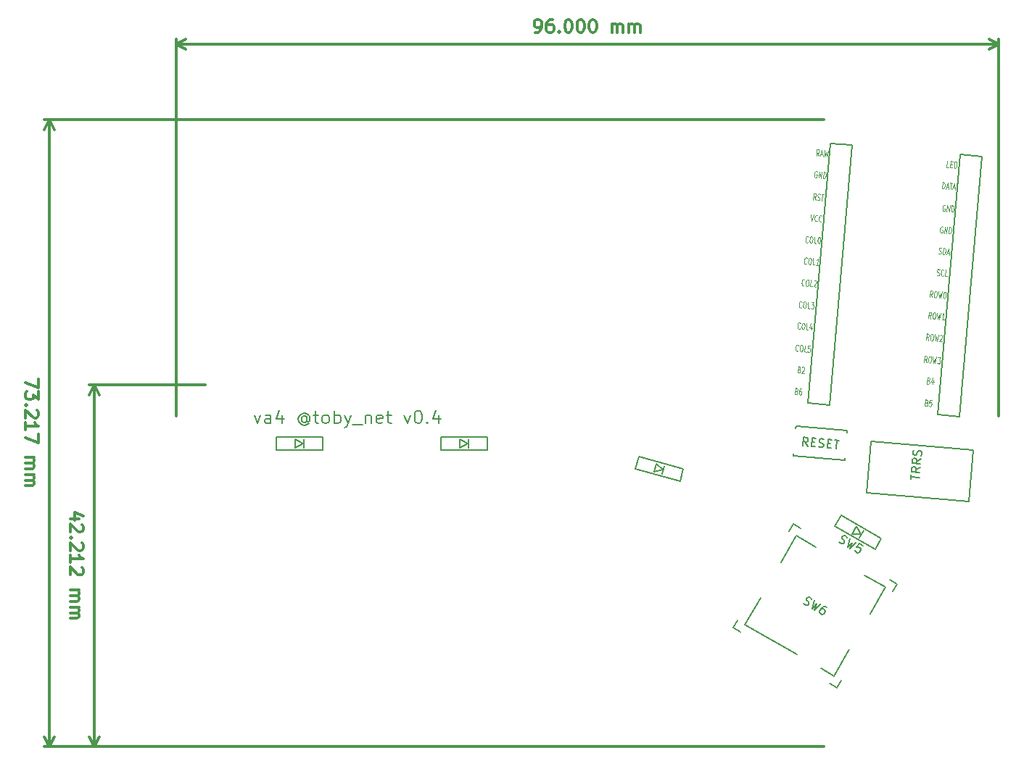
<source format=gbr>
G04 #@! TF.GenerationSoftware,KiCad,Pcbnew,(5.1.5)-2*
G04 #@! TF.CreationDate,2020-04-17T01:02:57-04:00*
G04 #@! TF.ProjectId,va4,7661342e-6b69-4636-9164-5f7063625858,rev?*
G04 #@! TF.SameCoordinates,Original*
G04 #@! TF.FileFunction,Legend,Top*
G04 #@! TF.FilePolarity,Positive*
%FSLAX46Y46*%
G04 Gerber Fmt 4.6, Leading zero omitted, Abs format (unit mm)*
G04 Created by KiCad (PCBNEW (5.1.5)-2) date 2020-04-17 01:02:57*
%MOMM*%
%LPD*%
G04 APERTURE LIST*
%ADD10C,0.300000*%
%ADD11C,0.200000*%
%ADD12C,0.150000*%
%ADD13C,0.125000*%
G04 APERTURE END LIST*
D10*
X30221428Y-74605923D02*
X29221428Y-74605923D01*
X30792857Y-74248780D02*
X29721428Y-73891637D01*
X29721428Y-74820208D01*
X30578571Y-75320208D02*
X30650000Y-75391637D01*
X30721428Y-75534494D01*
X30721428Y-75891637D01*
X30650000Y-76034494D01*
X30578571Y-76105923D01*
X30435714Y-76177351D01*
X30292857Y-76177351D01*
X30078571Y-76105923D01*
X29221428Y-75248780D01*
X29221428Y-76177351D01*
X29364285Y-76820208D02*
X29292857Y-76891637D01*
X29221428Y-76820208D01*
X29292857Y-76748780D01*
X29364285Y-76820208D01*
X29221428Y-76820208D01*
X30578571Y-77463065D02*
X30650000Y-77534494D01*
X30721428Y-77677351D01*
X30721428Y-78034494D01*
X30650000Y-78177351D01*
X30578571Y-78248780D01*
X30435714Y-78320208D01*
X30292857Y-78320208D01*
X30078571Y-78248780D01*
X29221428Y-77391637D01*
X29221428Y-78320208D01*
X29221428Y-79748780D02*
X29221428Y-78891637D01*
X29221428Y-79320208D02*
X30721428Y-79320208D01*
X30507142Y-79177351D01*
X30364285Y-79034494D01*
X30292857Y-78891637D01*
X30578571Y-80320208D02*
X30650000Y-80391637D01*
X30721428Y-80534494D01*
X30721428Y-80891637D01*
X30650000Y-81034494D01*
X30578571Y-81105923D01*
X30435714Y-81177351D01*
X30292857Y-81177351D01*
X30078571Y-81105923D01*
X29221428Y-80248780D01*
X29221428Y-81177351D01*
X29221428Y-82963065D02*
X30221428Y-82963065D01*
X30078571Y-82963065D02*
X30150000Y-83034494D01*
X30221428Y-83177351D01*
X30221428Y-83391637D01*
X30150000Y-83534494D01*
X30007142Y-83605923D01*
X29221428Y-83605923D01*
X30007142Y-83605923D02*
X30150000Y-83677351D01*
X30221428Y-83820208D01*
X30221428Y-84034494D01*
X30150000Y-84177351D01*
X30007142Y-84248780D01*
X29221428Y-84248780D01*
X29221428Y-84963065D02*
X30221428Y-84963065D01*
X30078571Y-84963065D02*
X30150000Y-85034494D01*
X30221428Y-85177351D01*
X30221428Y-85391637D01*
X30150000Y-85534494D01*
X30007142Y-85605923D01*
X29221428Y-85605923D01*
X30007142Y-85605923D02*
X30150000Y-85677351D01*
X30221428Y-85820208D01*
X30221428Y-86034494D01*
X30150000Y-86177351D01*
X30007142Y-86248780D01*
X29221428Y-86248780D01*
X32000000Y-59000000D02*
X32000000Y-101211846D01*
X45000000Y-59000000D02*
X31413579Y-59000000D01*
X45000000Y-101211846D02*
X31413579Y-101211846D01*
X32000000Y-101211846D02*
X31413579Y-100085342D01*
X32000000Y-101211846D02*
X32586421Y-100085342D01*
X32000000Y-59000000D02*
X31413579Y-60126504D01*
X32000000Y-59000000D02*
X32586421Y-60126504D01*
X25521428Y-58323027D02*
X25521428Y-59323027D01*
X24021428Y-58680170D01*
X25521428Y-59751599D02*
X25521428Y-60680170D01*
X24950000Y-60180170D01*
X24950000Y-60394456D01*
X24878571Y-60537313D01*
X24807142Y-60608742D01*
X24664285Y-60680170D01*
X24307142Y-60680170D01*
X24164285Y-60608742D01*
X24092857Y-60537313D01*
X24021428Y-60394456D01*
X24021428Y-59965884D01*
X24092857Y-59823027D01*
X24164285Y-59751599D01*
X24164285Y-61323027D02*
X24092857Y-61394456D01*
X24021428Y-61323027D01*
X24092857Y-61251599D01*
X24164285Y-61323027D01*
X24021428Y-61323027D01*
X25378571Y-61965884D02*
X25450000Y-62037313D01*
X25521428Y-62180170D01*
X25521428Y-62537313D01*
X25450000Y-62680170D01*
X25378571Y-62751599D01*
X25235714Y-62823027D01*
X25092857Y-62823027D01*
X24878571Y-62751599D01*
X24021428Y-61894456D01*
X24021428Y-62823027D01*
X24021428Y-64251599D02*
X24021428Y-63394456D01*
X24021428Y-63823027D02*
X25521428Y-63823027D01*
X25307142Y-63680170D01*
X25164285Y-63537313D01*
X25092857Y-63394456D01*
X25521428Y-64751599D02*
X25521428Y-65751599D01*
X24021428Y-65108742D01*
X24021428Y-67465884D02*
X25021428Y-67465884D01*
X24878571Y-67465884D02*
X24950000Y-67537313D01*
X25021428Y-67680170D01*
X25021428Y-67894456D01*
X24950000Y-68037313D01*
X24807142Y-68108742D01*
X24021428Y-68108742D01*
X24807142Y-68108742D02*
X24950000Y-68180170D01*
X25021428Y-68323027D01*
X25021428Y-68537313D01*
X24950000Y-68680170D01*
X24807142Y-68751599D01*
X24021428Y-68751599D01*
X24021428Y-69465884D02*
X25021428Y-69465884D01*
X24878571Y-69465884D02*
X24950000Y-69537313D01*
X25021428Y-69680170D01*
X25021428Y-69894456D01*
X24950000Y-70037313D01*
X24807142Y-70108742D01*
X24021428Y-70108742D01*
X24807142Y-70108742D02*
X24950000Y-70180170D01*
X25021428Y-70323027D01*
X25021428Y-70537313D01*
X24950000Y-70680170D01*
X24807142Y-70751599D01*
X24021428Y-70751599D01*
X26800000Y-28000000D02*
X26800000Y-101217484D01*
X117200000Y-28000000D02*
X26213579Y-28000000D01*
X117200000Y-101217484D02*
X26213579Y-101217484D01*
X26800000Y-101217484D02*
X26213579Y-100090980D01*
X26800000Y-101217484D02*
X27386421Y-100090980D01*
X26800000Y-28000000D02*
X26213579Y-29126504D01*
X26800000Y-28000000D02*
X27386421Y-29126504D01*
X83528779Y-17778571D02*
X83814493Y-17778571D01*
X83957350Y-17707142D01*
X84028779Y-17635714D01*
X84171636Y-17421428D01*
X84243065Y-17135714D01*
X84243065Y-16564285D01*
X84171636Y-16421428D01*
X84100208Y-16350000D01*
X83957350Y-16278571D01*
X83671636Y-16278571D01*
X83528779Y-16350000D01*
X83457350Y-16421428D01*
X83385922Y-16564285D01*
X83385922Y-16921428D01*
X83457350Y-17064285D01*
X83528779Y-17135714D01*
X83671636Y-17207142D01*
X83957350Y-17207142D01*
X84100208Y-17135714D01*
X84171636Y-17064285D01*
X84243065Y-16921428D01*
X85528779Y-16278571D02*
X85243065Y-16278571D01*
X85100208Y-16350000D01*
X85028779Y-16421428D01*
X84885922Y-16635714D01*
X84814493Y-16921428D01*
X84814493Y-17492857D01*
X84885922Y-17635714D01*
X84957350Y-17707142D01*
X85100208Y-17778571D01*
X85385922Y-17778571D01*
X85528779Y-17707142D01*
X85600208Y-17635714D01*
X85671636Y-17492857D01*
X85671636Y-17135714D01*
X85600208Y-16992857D01*
X85528779Y-16921428D01*
X85385922Y-16850000D01*
X85100208Y-16850000D01*
X84957350Y-16921428D01*
X84885922Y-16992857D01*
X84814493Y-17135714D01*
X86314493Y-17635714D02*
X86385922Y-17707142D01*
X86314493Y-17778571D01*
X86243065Y-17707142D01*
X86314493Y-17635714D01*
X86314493Y-17778571D01*
X87314493Y-16278571D02*
X87457350Y-16278571D01*
X87600208Y-16350000D01*
X87671636Y-16421428D01*
X87743065Y-16564285D01*
X87814493Y-16850000D01*
X87814493Y-17207142D01*
X87743065Y-17492857D01*
X87671636Y-17635714D01*
X87600208Y-17707142D01*
X87457350Y-17778571D01*
X87314493Y-17778571D01*
X87171636Y-17707142D01*
X87100208Y-17635714D01*
X87028779Y-17492857D01*
X86957350Y-17207142D01*
X86957350Y-16850000D01*
X87028779Y-16564285D01*
X87100208Y-16421428D01*
X87171636Y-16350000D01*
X87314493Y-16278571D01*
X88743065Y-16278571D02*
X88885922Y-16278571D01*
X89028779Y-16350000D01*
X89100208Y-16421428D01*
X89171636Y-16564285D01*
X89243065Y-16850000D01*
X89243065Y-17207142D01*
X89171636Y-17492857D01*
X89100208Y-17635714D01*
X89028779Y-17707142D01*
X88885922Y-17778571D01*
X88743065Y-17778571D01*
X88600208Y-17707142D01*
X88528779Y-17635714D01*
X88457350Y-17492857D01*
X88385922Y-17207142D01*
X88385922Y-16850000D01*
X88457350Y-16564285D01*
X88528779Y-16421428D01*
X88600208Y-16350000D01*
X88743065Y-16278571D01*
X90171636Y-16278571D02*
X90314493Y-16278571D01*
X90457350Y-16350000D01*
X90528779Y-16421428D01*
X90600208Y-16564285D01*
X90671636Y-16850000D01*
X90671636Y-17207142D01*
X90600208Y-17492857D01*
X90528779Y-17635714D01*
X90457350Y-17707142D01*
X90314493Y-17778571D01*
X90171636Y-17778571D01*
X90028779Y-17707142D01*
X89957350Y-17635714D01*
X89885922Y-17492857D01*
X89814493Y-17207142D01*
X89814493Y-16850000D01*
X89885922Y-16564285D01*
X89957350Y-16421428D01*
X90028779Y-16350000D01*
X90171636Y-16278571D01*
X92457350Y-17778571D02*
X92457350Y-16778571D01*
X92457350Y-16921428D02*
X92528779Y-16850000D01*
X92671636Y-16778571D01*
X92885922Y-16778571D01*
X93028779Y-16850000D01*
X93100208Y-16992857D01*
X93100208Y-17778571D01*
X93100208Y-16992857D02*
X93171636Y-16850000D01*
X93314493Y-16778571D01*
X93528779Y-16778571D01*
X93671636Y-16850000D01*
X93743065Y-16992857D01*
X93743065Y-17778571D01*
X94457350Y-17778571D02*
X94457350Y-16778571D01*
X94457350Y-16921428D02*
X94528779Y-16850000D01*
X94671636Y-16778571D01*
X94885922Y-16778571D01*
X95028779Y-16850000D01*
X95100208Y-16992857D01*
X95100208Y-17778571D01*
X95100208Y-16992857D02*
X95171636Y-16850000D01*
X95314493Y-16778571D01*
X95528779Y-16778571D01*
X95671636Y-16850000D01*
X95743065Y-16992857D01*
X95743065Y-17778571D01*
X41600000Y-19200000D02*
X137600416Y-19200000D01*
X41600000Y-62600000D02*
X41600000Y-18613579D01*
X137600416Y-62600000D02*
X137600416Y-18613579D01*
X137600416Y-19200000D02*
X136473912Y-19786421D01*
X137600416Y-19200000D02*
X136473912Y-18613579D01*
X41600000Y-19200000D02*
X42726504Y-19786421D01*
X41600000Y-19200000D02*
X42726504Y-18613579D01*
D11*
X50707142Y-62478571D02*
X51064285Y-63478571D01*
X51421428Y-62478571D01*
X52635714Y-63478571D02*
X52635714Y-62692857D01*
X52564285Y-62550000D01*
X52421428Y-62478571D01*
X52135714Y-62478571D01*
X51992857Y-62550000D01*
X52635714Y-63407142D02*
X52492857Y-63478571D01*
X52135714Y-63478571D01*
X51992857Y-63407142D01*
X51921428Y-63264285D01*
X51921428Y-63121428D01*
X51992857Y-62978571D01*
X52135714Y-62907142D01*
X52492857Y-62907142D01*
X52635714Y-62835714D01*
X53992857Y-62478571D02*
X53992857Y-63478571D01*
X53635714Y-61907142D02*
X53278571Y-62978571D01*
X54207142Y-62978571D01*
X56850000Y-62764285D02*
X56778571Y-62692857D01*
X56635714Y-62621428D01*
X56492857Y-62621428D01*
X56350000Y-62692857D01*
X56278571Y-62764285D01*
X56207142Y-62907142D01*
X56207142Y-63050000D01*
X56278571Y-63192857D01*
X56350000Y-63264285D01*
X56492857Y-63335714D01*
X56635714Y-63335714D01*
X56778571Y-63264285D01*
X56850000Y-63192857D01*
X56850000Y-62621428D02*
X56850000Y-63192857D01*
X56921428Y-63264285D01*
X56992857Y-63264285D01*
X57135714Y-63192857D01*
X57207142Y-63050000D01*
X57207142Y-62692857D01*
X57064285Y-62478571D01*
X56850000Y-62335714D01*
X56564285Y-62264285D01*
X56278571Y-62335714D01*
X56064285Y-62478571D01*
X55921428Y-62692857D01*
X55850000Y-62978571D01*
X55921428Y-63264285D01*
X56064285Y-63478571D01*
X56278571Y-63621428D01*
X56564285Y-63692857D01*
X56850000Y-63621428D01*
X57064285Y-63478571D01*
X57635714Y-62478571D02*
X58207142Y-62478571D01*
X57850000Y-61978571D02*
X57850000Y-63264285D01*
X57921428Y-63407142D01*
X58064285Y-63478571D01*
X58207142Y-63478571D01*
X58921428Y-63478571D02*
X58778571Y-63407142D01*
X58707142Y-63335714D01*
X58635714Y-63192857D01*
X58635714Y-62764285D01*
X58707142Y-62621428D01*
X58778571Y-62550000D01*
X58921428Y-62478571D01*
X59135714Y-62478571D01*
X59278571Y-62550000D01*
X59350000Y-62621428D01*
X59421428Y-62764285D01*
X59421428Y-63192857D01*
X59350000Y-63335714D01*
X59278571Y-63407142D01*
X59135714Y-63478571D01*
X58921428Y-63478571D01*
X60064285Y-63478571D02*
X60064285Y-61978571D01*
X60064285Y-62550000D02*
X60207142Y-62478571D01*
X60492857Y-62478571D01*
X60635714Y-62550000D01*
X60707142Y-62621428D01*
X60778571Y-62764285D01*
X60778571Y-63192857D01*
X60707142Y-63335714D01*
X60635714Y-63407142D01*
X60492857Y-63478571D01*
X60207142Y-63478571D01*
X60064285Y-63407142D01*
X61278571Y-62478571D02*
X61635714Y-63478571D01*
X61992857Y-62478571D02*
X61635714Y-63478571D01*
X61492857Y-63835714D01*
X61421428Y-63907142D01*
X61278571Y-63978571D01*
X62207142Y-63621428D02*
X63350000Y-63621428D01*
X63707142Y-62478571D02*
X63707142Y-63478571D01*
X63707142Y-62621428D02*
X63778571Y-62550000D01*
X63921428Y-62478571D01*
X64135714Y-62478571D01*
X64278571Y-62550000D01*
X64350000Y-62692857D01*
X64350000Y-63478571D01*
X65635714Y-63407142D02*
X65492857Y-63478571D01*
X65207142Y-63478571D01*
X65064285Y-63407142D01*
X64992857Y-63264285D01*
X64992857Y-62692857D01*
X65064285Y-62550000D01*
X65207142Y-62478571D01*
X65492857Y-62478571D01*
X65635714Y-62550000D01*
X65707142Y-62692857D01*
X65707142Y-62835714D01*
X64992857Y-62978571D01*
X66135714Y-62478571D02*
X66707142Y-62478571D01*
X66349999Y-61978571D02*
X66349999Y-63264285D01*
X66421428Y-63407142D01*
X66564285Y-63478571D01*
X66707142Y-63478571D01*
X68207142Y-62478571D02*
X68564285Y-63478571D01*
X68921428Y-62478571D01*
X69778571Y-61978571D02*
X69921428Y-61978571D01*
X70064285Y-62050000D01*
X70135714Y-62121428D01*
X70207142Y-62264285D01*
X70278571Y-62550000D01*
X70278571Y-62907142D01*
X70207142Y-63192857D01*
X70135714Y-63335714D01*
X70064285Y-63407142D01*
X69921428Y-63478571D01*
X69778571Y-63478571D01*
X69635714Y-63407142D01*
X69564285Y-63335714D01*
X69492857Y-63192857D01*
X69421428Y-62907142D01*
X69421428Y-62550000D01*
X69492857Y-62264285D01*
X69564285Y-62121428D01*
X69635714Y-62050000D01*
X69778571Y-61978571D01*
X70921428Y-63335714D02*
X70992857Y-63407142D01*
X70921428Y-63478571D01*
X70850000Y-63407142D01*
X70921428Y-63335714D01*
X70921428Y-63478571D01*
X72278571Y-62478571D02*
X72278571Y-63478571D01*
X71921428Y-61907142D02*
X71564285Y-62978571D01*
X72492857Y-62978571D01*
D12*
X119262178Y-93496152D02*
X118762178Y-94362178D01*
X125762178Y-82237822D02*
X125262178Y-83103848D01*
X106637822Y-87362178D02*
X107137822Y-86496152D01*
X107503848Y-87862178D02*
X106637822Y-87362178D01*
X113637822Y-75237822D02*
X114503848Y-75737822D01*
X113137822Y-76103848D02*
X113637822Y-75237822D01*
X124896152Y-81737822D02*
X125762178Y-82237822D01*
X118762178Y-94362178D02*
X117896152Y-93862178D01*
X118396152Y-92996152D02*
X116837307Y-92096152D01*
X121971281Y-81203848D02*
X124396152Y-82603848D01*
X124396152Y-82603848D02*
X122596152Y-85721539D01*
X118396152Y-92996152D02*
X120196152Y-89878461D01*
X108003848Y-86996152D02*
X109803848Y-83878461D01*
X112203848Y-79721539D02*
X114003848Y-76603848D01*
X114066025Y-90496152D02*
X108003848Y-86996152D01*
X114003848Y-76603848D02*
X116255514Y-77903848D01*
X122707131Y-65565547D02*
X134661467Y-66611416D01*
X122184196Y-71542715D02*
X122707131Y-65565547D01*
X134138533Y-72588584D02*
X122184196Y-71542715D01*
X134661467Y-66611416D02*
X134138533Y-72588584D01*
X121559215Y-76387500D02*
X120529792Y-76370513D01*
X120529792Y-76370513D02*
X121029792Y-75504487D01*
X121029792Y-75504487D02*
X121559215Y-76387500D01*
X121395818Y-76870513D02*
X121895818Y-76004487D01*
X118499536Y-75487019D02*
X123176074Y-78187019D01*
X123176074Y-78187019D02*
X123926074Y-76887981D01*
X123926074Y-76887981D02*
X119249536Y-74187981D01*
X119249536Y-74187981D02*
X118499536Y-75487019D01*
X98386370Y-68903528D02*
X97387628Y-69153553D01*
X97387628Y-69153553D02*
X97646447Y-68187628D01*
X97646447Y-68187628D02*
X98386370Y-68903528D01*
X98353553Y-69412372D02*
X98612372Y-68446447D01*
X95197886Y-68825633D02*
X100413885Y-70223256D01*
X100413885Y-70223256D02*
X100802114Y-68774367D01*
X100802114Y-68774367D02*
X95586115Y-67376744D01*
X95586115Y-67376744D02*
X95197886Y-68825633D01*
X72500000Y-65050000D02*
X72500000Y-66550000D01*
X77900000Y-65050000D02*
X72500000Y-65050000D01*
X77900000Y-66550000D02*
X77900000Y-65050000D01*
X72500000Y-66550000D02*
X77900000Y-66550000D01*
X75700000Y-66300000D02*
X75700000Y-65300000D01*
X74700000Y-65300000D02*
X75600000Y-65800000D01*
X74700000Y-66300000D02*
X74700000Y-65300000D01*
X75600000Y-65800000D02*
X74700000Y-66300000D01*
X56400000Y-65800000D02*
X55500000Y-66300000D01*
X55500000Y-66300000D02*
X55500000Y-65300000D01*
X55500000Y-65300000D02*
X56400000Y-65800000D01*
X56500000Y-66300000D02*
X56500000Y-65300000D01*
X53300000Y-66550000D02*
X58700000Y-66550000D01*
X58700000Y-66550000D02*
X58700000Y-65050000D01*
X58700000Y-65050000D02*
X53300000Y-65050000D01*
X53300000Y-65050000D02*
X53300000Y-66550000D01*
X130478119Y-62432552D02*
X133134626Y-32068537D01*
X133008454Y-62653927D02*
X130478119Y-62432552D01*
X135664961Y-32289913D02*
X133008454Y-62653927D01*
X133134626Y-32068537D02*
X135664961Y-32289913D01*
X115316036Y-61106041D02*
X117972543Y-30742027D01*
X117846371Y-61327417D02*
X115316036Y-61106041D01*
X120502878Y-30963403D02*
X117846371Y-61327417D01*
X117972543Y-30742027D02*
X120502878Y-30963403D01*
X119941107Y-64318127D02*
X113963938Y-63795192D01*
X113963938Y-63795192D02*
X113942150Y-64044241D01*
X119941107Y-64318127D02*
X119919318Y-64567175D01*
X119636062Y-67804808D02*
X119657850Y-67555759D01*
X119636062Y-67804808D02*
X113658893Y-67281873D01*
X113658893Y-67281873D02*
X113680682Y-67032825D01*
X118992918Y-77295856D02*
X119092826Y-77408524D01*
X119299023Y-77527571D01*
X119405311Y-77533951D01*
X119470360Y-77516521D01*
X119559218Y-77457852D01*
X119606837Y-77375374D01*
X119613217Y-77269086D01*
X119595787Y-77204037D01*
X119537118Y-77115178D01*
X119395970Y-76978701D01*
X119337301Y-76889843D01*
X119319872Y-76824794D01*
X119326251Y-76718506D01*
X119373870Y-76636027D01*
X119462729Y-76577358D01*
X119527778Y-76559928D01*
X119634066Y-76566308D01*
X119840262Y-76685356D01*
X119940171Y-76798023D01*
X120252655Y-76923451D02*
X119958852Y-77908524D01*
X120480952Y-77385172D01*
X120288766Y-78099000D01*
X120994963Y-77352022D01*
X121737270Y-77780594D02*
X121324877Y-77542498D01*
X121045543Y-77931082D01*
X121110591Y-77913652D01*
X121216880Y-77920032D01*
X121423076Y-78039080D01*
X121481745Y-78127938D01*
X121499175Y-78192987D01*
X121492795Y-78299275D01*
X121373748Y-78505471D01*
X121284889Y-78564140D01*
X121219840Y-78581570D01*
X121113552Y-78575190D01*
X120907356Y-78456143D01*
X120848687Y-78367284D01*
X120831257Y-78302236D01*
X114842918Y-84483867D02*
X114942826Y-84596535D01*
X115149023Y-84715582D01*
X115255311Y-84721962D01*
X115320360Y-84704532D01*
X115409218Y-84645863D01*
X115456837Y-84563385D01*
X115463217Y-84457097D01*
X115445787Y-84392048D01*
X115387118Y-84303189D01*
X115245970Y-84166712D01*
X115187301Y-84077854D01*
X115169872Y-84012805D01*
X115176251Y-83906517D01*
X115223870Y-83824038D01*
X115312729Y-83765369D01*
X115377778Y-83747939D01*
X115484066Y-83754319D01*
X115690262Y-83873367D01*
X115790171Y-83986034D01*
X116102655Y-84111462D02*
X115808852Y-85096535D01*
X116330952Y-84573183D01*
X116138766Y-85287011D01*
X116844963Y-84540033D01*
X117546031Y-84944795D02*
X117381074Y-84849557D01*
X117274786Y-84843177D01*
X117209737Y-84860607D01*
X117055830Y-84936706D01*
X116919352Y-85077854D01*
X116728876Y-85407768D01*
X116722496Y-85514056D01*
X116739926Y-85579105D01*
X116798595Y-85667963D01*
X116963552Y-85763201D01*
X117069840Y-85769581D01*
X117134889Y-85752151D01*
X117223748Y-85693482D01*
X117342795Y-85487286D01*
X117349175Y-85380998D01*
X117331745Y-85315949D01*
X117273076Y-85227091D01*
X117108119Y-85131852D01*
X117001831Y-85125473D01*
X116936782Y-85142902D01*
X116847924Y-85201572D01*
X127340815Y-69998171D02*
X127390618Y-69428916D01*
X128361912Y-69800699D02*
X127365717Y-69713543D01*
X128465668Y-68614753D02*
X127962238Y-68905315D01*
X128415865Y-69184007D02*
X127419670Y-69096852D01*
X127452873Y-68717349D01*
X127508611Y-68626623D01*
X127560199Y-68583336D01*
X127659225Y-68544199D01*
X127801539Y-68556649D01*
X127892264Y-68612388D01*
X127935552Y-68663976D01*
X127974689Y-68763002D01*
X127941487Y-69142505D01*
X128552824Y-67618558D02*
X128049394Y-67909121D01*
X128503021Y-68187813D02*
X127506826Y-68100657D01*
X127540028Y-67721154D01*
X127595767Y-67630429D01*
X127647355Y-67587141D01*
X127746381Y-67548004D01*
X127888694Y-67560455D01*
X127979420Y-67616193D01*
X128022707Y-67667781D01*
X128061845Y-67766807D01*
X128028642Y-68146310D01*
X128538588Y-67234905D02*
X128598477Y-67096742D01*
X128619228Y-66859553D01*
X128580091Y-66760527D01*
X128536804Y-66708939D01*
X128446078Y-66653201D01*
X128351203Y-66644900D01*
X128252177Y-66684037D01*
X128200588Y-66727325D01*
X128144850Y-66818050D01*
X128080811Y-67003651D01*
X128025073Y-67094377D01*
X127973485Y-67137664D01*
X127874459Y-67176802D01*
X127779583Y-67168501D01*
X127688858Y-67112763D01*
X127645570Y-67061175D01*
X127606433Y-66962149D01*
X127627184Y-66724959D01*
X127687073Y-66586796D01*
D13*
X129684111Y-51230006D02*
X129549206Y-50859696D01*
X129399484Y-51205104D02*
X129464851Y-50457958D01*
X129654603Y-50474559D01*
X129698928Y-50514288D01*
X129719534Y-50551942D01*
X129737027Y-50625174D01*
X129727689Y-50731909D01*
X129697745Y-50800990D01*
X129670913Y-50834494D01*
X129620363Y-50865922D01*
X129430611Y-50849321D01*
X130057824Y-50509837D02*
X130152700Y-50518137D01*
X130197025Y-50557866D01*
X130238237Y-50633173D01*
X130249506Y-50777562D01*
X130227717Y-51026610D01*
X130191547Y-51166849D01*
X130137884Y-51233855D01*
X130087333Y-51265283D01*
X129992457Y-51256983D01*
X129948132Y-51217254D01*
X129906920Y-51141947D01*
X129895652Y-50997558D01*
X129917441Y-50748510D01*
X129953610Y-50608271D01*
X130007274Y-50541265D01*
X130057824Y-50509837D01*
X130437327Y-50543039D02*
X130490555Y-51300561D01*
X130632121Y-50775185D01*
X130680306Y-51317162D01*
X130864267Y-50580391D01*
X131249560Y-51366965D02*
X130964933Y-51342063D01*
X131107247Y-51354514D02*
X131172613Y-50607368D01*
X131115838Y-50709953D01*
X131062174Y-50776960D01*
X131011624Y-50808388D01*
X114409121Y-52379648D02*
X114382289Y-52413151D01*
X114308020Y-52442504D01*
X114260582Y-52438354D01*
X114192538Y-52396550D01*
X114151326Y-52321243D01*
X114133832Y-52248011D01*
X114122564Y-52103623D01*
X114131902Y-51996888D01*
X114168072Y-51856649D01*
X114198016Y-51787568D01*
X114251679Y-51720561D01*
X114325949Y-51691208D01*
X114373387Y-51695358D01*
X114441431Y-51737162D01*
X114462037Y-51774816D01*
X114776608Y-51730636D02*
X114871484Y-51738936D01*
X114915809Y-51778665D01*
X114957022Y-51853972D01*
X114968290Y-51998361D01*
X114946501Y-52247409D01*
X114910331Y-52387648D01*
X114856668Y-52454654D01*
X114806117Y-52486082D01*
X114711242Y-52477782D01*
X114666916Y-52438053D01*
X114625704Y-52362746D01*
X114614436Y-52218357D01*
X114636225Y-51969309D01*
X114672395Y-51829070D01*
X114726058Y-51762064D01*
X114776608Y-51730636D01*
X115375371Y-52535886D02*
X115138182Y-52515134D01*
X115203549Y-51767988D01*
X115798452Y-52070990D02*
X115754874Y-52569088D01*
X115704759Y-51775988D02*
X115539474Y-52299288D01*
X115847820Y-52326265D01*
X129412228Y-53763952D02*
X129277323Y-53393642D01*
X129127601Y-53739050D02*
X129192968Y-52991904D01*
X129382720Y-53008505D01*
X129427045Y-53048234D01*
X129447651Y-53085888D01*
X129465144Y-53159120D01*
X129455806Y-53265855D01*
X129425862Y-53334936D01*
X129399030Y-53368440D01*
X129348480Y-53399868D01*
X129158728Y-53383267D01*
X129785941Y-53043783D02*
X129880817Y-53052083D01*
X129925142Y-53091812D01*
X129966354Y-53167119D01*
X129977623Y-53311508D01*
X129955834Y-53560556D01*
X129919664Y-53700795D01*
X129866001Y-53767801D01*
X129815450Y-53799229D01*
X129720574Y-53790929D01*
X129676249Y-53751200D01*
X129635037Y-53675893D01*
X129623769Y-53531504D01*
X129645558Y-53282456D01*
X129681727Y-53142217D01*
X129735391Y-53075211D01*
X129785941Y-53043783D01*
X130165444Y-53076985D02*
X130218672Y-53834507D01*
X130360238Y-53309131D01*
X130408423Y-53851108D01*
X130592384Y-53114337D01*
X130752192Y-53200020D02*
X130779023Y-53166517D01*
X130829574Y-53135089D01*
X130948168Y-53145464D01*
X130992493Y-53185193D01*
X131013100Y-53222847D01*
X131030593Y-53296079D01*
X131024368Y-53367235D01*
X130991311Y-53471895D01*
X130669331Y-53873934D01*
X130977677Y-53900911D01*
X114182908Y-54965272D02*
X114156076Y-54998775D01*
X114081807Y-55028128D01*
X114034369Y-55023978D01*
X113966325Y-54982174D01*
X113925113Y-54906867D01*
X113907619Y-54833635D01*
X113896351Y-54689247D01*
X113905689Y-54582512D01*
X113941859Y-54442273D01*
X113971803Y-54373192D01*
X114025466Y-54306185D01*
X114099736Y-54276832D01*
X114147174Y-54280982D01*
X114215218Y-54322786D01*
X114235824Y-54360440D01*
X114550395Y-54316260D02*
X114645271Y-54324560D01*
X114689596Y-54364289D01*
X114730809Y-54439596D01*
X114742077Y-54583985D01*
X114720288Y-54833033D01*
X114684118Y-54973272D01*
X114630455Y-55040278D01*
X114579904Y-55071706D01*
X114485029Y-55063406D01*
X114440703Y-55023677D01*
X114399491Y-54948370D01*
X114388223Y-54803981D01*
X114410012Y-54554933D01*
X114446182Y-54414694D01*
X114499845Y-54347688D01*
X114550395Y-54316260D01*
X115149158Y-55121510D02*
X114911969Y-55100758D01*
X114977336Y-54353612D01*
X115617747Y-54409641D02*
X115380558Y-54388890D01*
X115325712Y-54742598D01*
X115352543Y-54709095D01*
X115403094Y-54677667D01*
X115521688Y-54688043D01*
X115566014Y-54727771D01*
X115586620Y-54765425D01*
X115604113Y-54838657D01*
X115588550Y-55016549D01*
X115558605Y-55085630D01*
X115531774Y-55119133D01*
X115481223Y-55150562D01*
X115362629Y-55140186D01*
X115318304Y-55100457D01*
X115297697Y-55062804D01*
X129186016Y-56349575D02*
X129051111Y-55979265D01*
X128901389Y-56324673D02*
X128966756Y-55577527D01*
X129156508Y-55594128D01*
X129200833Y-55633857D01*
X129221439Y-55671511D01*
X129238932Y-55744743D01*
X129229594Y-55851478D01*
X129199650Y-55920559D01*
X129172818Y-55954063D01*
X129122268Y-55985491D01*
X128932516Y-55968890D01*
X129559729Y-55629406D02*
X129654605Y-55637706D01*
X129698930Y-55677435D01*
X129740142Y-55752742D01*
X129751411Y-55897131D01*
X129729622Y-56146179D01*
X129693452Y-56286418D01*
X129639789Y-56353424D01*
X129589238Y-56384852D01*
X129494362Y-56376552D01*
X129450037Y-56336823D01*
X129408825Y-56261516D01*
X129397557Y-56117127D01*
X129419346Y-55868079D01*
X129455515Y-55727840D01*
X129509179Y-55660834D01*
X129559729Y-55629406D01*
X129939232Y-55662608D02*
X129992460Y-56420130D01*
X130134026Y-55894754D01*
X130182211Y-56436731D01*
X130366172Y-55699960D01*
X130508486Y-55712411D02*
X130816832Y-55739388D01*
X130625898Y-56009489D01*
X130697055Y-56015715D01*
X130741380Y-56055443D01*
X130761986Y-56093097D01*
X130779480Y-56166329D01*
X130763916Y-56344221D01*
X130733972Y-56413302D01*
X130707140Y-56446805D01*
X130656590Y-56478233D01*
X130514276Y-56465783D01*
X130469951Y-56426054D01*
X130449345Y-56388400D01*
X114336565Y-57170125D02*
X114404609Y-57211929D01*
X114425215Y-57249583D01*
X114442709Y-57322814D01*
X114433370Y-57429550D01*
X114403426Y-57498631D01*
X114376594Y-57532134D01*
X114326044Y-57563563D01*
X114136293Y-57546962D01*
X114201659Y-56799815D01*
X114367692Y-56814341D01*
X114412017Y-56854070D01*
X114432623Y-56891724D01*
X114450117Y-56964956D01*
X114443891Y-57036112D01*
X114413947Y-57105194D01*
X114387115Y-57138697D01*
X114336565Y-57170125D01*
X114170532Y-57155599D01*
X114669812Y-56912475D02*
X114696644Y-56878972D01*
X114747195Y-56847544D01*
X114865789Y-56857919D01*
X114910114Y-56897648D01*
X114930720Y-56935301D01*
X114948214Y-57008533D01*
X114941989Y-57079690D01*
X114908932Y-57184350D01*
X114586952Y-57586389D01*
X114895298Y-57613366D01*
X129431355Y-58462641D02*
X129499399Y-58504445D01*
X129520005Y-58542099D01*
X129537499Y-58615330D01*
X129528160Y-58722066D01*
X129498216Y-58791147D01*
X129471384Y-58824650D01*
X129420834Y-58856079D01*
X129231083Y-58839478D01*
X129296449Y-58092331D01*
X129462482Y-58106857D01*
X129506807Y-58146586D01*
X129527413Y-58184240D01*
X129544907Y-58257472D01*
X129538681Y-58328628D01*
X129508737Y-58397710D01*
X129481905Y-58431213D01*
X129431355Y-58462641D01*
X129265322Y-58448115D01*
X129986228Y-58403634D02*
X129942650Y-58901732D01*
X129892535Y-58108632D02*
X129727250Y-58631932D01*
X130035596Y-58658908D01*
X129204445Y-61056234D02*
X129272489Y-61098038D01*
X129293095Y-61135692D01*
X129310589Y-61208923D01*
X129301250Y-61315659D01*
X129271306Y-61384740D01*
X129244474Y-61418243D01*
X129193924Y-61449672D01*
X129004173Y-61433071D01*
X129069539Y-60685924D01*
X129235572Y-60700450D01*
X129279897Y-60740179D01*
X129300503Y-60777833D01*
X129317997Y-60851065D01*
X129311771Y-60922221D01*
X129281827Y-60991303D01*
X129254995Y-61024806D01*
X129204445Y-61056234D01*
X129038412Y-61041708D01*
X129804826Y-60750254D02*
X129567637Y-60729502D01*
X129512791Y-61083211D01*
X129539622Y-61049708D01*
X129590173Y-61018280D01*
X129708767Y-61028655D01*
X129753093Y-61068384D01*
X129773699Y-61106038D01*
X129791192Y-61179269D01*
X129775629Y-61357161D01*
X129745684Y-61426243D01*
X129718853Y-61459746D01*
X129668302Y-61491174D01*
X129549708Y-61480799D01*
X129505383Y-61441070D01*
X129484776Y-61403416D01*
X114014699Y-59701706D02*
X114082743Y-59743510D01*
X114103349Y-59781164D01*
X114120843Y-59854395D01*
X114111504Y-59961131D01*
X114081560Y-60030212D01*
X114054728Y-60063715D01*
X114004178Y-60095144D01*
X113814427Y-60078543D01*
X113879793Y-59331396D01*
X114045826Y-59345922D01*
X114090151Y-59385651D01*
X114110757Y-59423305D01*
X114128251Y-59496537D01*
X114122025Y-59567693D01*
X114092081Y-59636775D01*
X114065249Y-59670278D01*
X114014699Y-59701706D01*
X113848666Y-59687180D01*
X114591361Y-59393651D02*
X114496485Y-59385350D01*
X114445935Y-59416778D01*
X114419103Y-59450281D01*
X114362327Y-59552866D01*
X114326157Y-59693105D01*
X114301256Y-59977732D01*
X114318749Y-60050964D01*
X114339355Y-60088617D01*
X114383681Y-60128346D01*
X114478556Y-60136646D01*
X114529107Y-60105218D01*
X114555938Y-60071715D01*
X114585883Y-60002633D01*
X114601446Y-59824741D01*
X114583953Y-59751510D01*
X114563347Y-59713856D01*
X114519021Y-59674127D01*
X114424146Y-59665827D01*
X114373595Y-59697255D01*
X114346764Y-59730758D01*
X114316819Y-59799840D01*
X115343561Y-42272630D02*
X115316729Y-42306133D01*
X115242460Y-42335486D01*
X115195022Y-42331336D01*
X115126978Y-42289532D01*
X115085766Y-42214225D01*
X115068272Y-42140993D01*
X115057004Y-41996605D01*
X115066342Y-41889870D01*
X115102512Y-41749631D01*
X115132456Y-41680550D01*
X115186119Y-41613543D01*
X115260389Y-41584190D01*
X115307827Y-41588340D01*
X115375871Y-41630144D01*
X115396477Y-41667798D01*
X115711048Y-41623618D02*
X115805924Y-41631918D01*
X115850249Y-41671647D01*
X115891462Y-41746954D01*
X115902730Y-41891343D01*
X115880941Y-42140391D01*
X115844771Y-42280630D01*
X115791108Y-42347636D01*
X115740557Y-42379064D01*
X115645682Y-42370764D01*
X115601356Y-42331035D01*
X115560144Y-42255728D01*
X115548876Y-42111339D01*
X115570665Y-41862291D01*
X115606835Y-41722052D01*
X115660498Y-41655046D01*
X115711048Y-41623618D01*
X116309811Y-42428868D02*
X116072622Y-42408116D01*
X116137989Y-41660970D01*
X116636086Y-41704548D02*
X116683524Y-41708698D01*
X116727849Y-41748427D01*
X116748456Y-41786081D01*
X116765949Y-41859312D01*
X116777217Y-42003701D01*
X116761654Y-42181593D01*
X116725484Y-42321831D01*
X116695540Y-42390913D01*
X116668708Y-42424416D01*
X116618157Y-42455844D01*
X116570720Y-42451694D01*
X116526394Y-42411965D01*
X116505788Y-42374312D01*
X116488295Y-42301080D01*
X116477027Y-42156691D01*
X116492590Y-41978799D01*
X116528760Y-41838561D01*
X116558704Y-41769479D01*
X116585536Y-41735976D01*
X116636086Y-41704548D01*
X130585267Y-43623889D02*
X130653311Y-43665693D01*
X130771906Y-43676068D01*
X130822456Y-43644640D01*
X130849288Y-43611137D01*
X130879232Y-43542055D01*
X130885458Y-43470898D01*
X130867964Y-43397667D01*
X130847358Y-43360013D01*
X130803033Y-43320284D01*
X130711270Y-43276405D01*
X130666945Y-43236677D01*
X130646338Y-43199023D01*
X130628845Y-43125791D01*
X130635070Y-43054635D01*
X130665015Y-42985553D01*
X130691846Y-42952050D01*
X130742397Y-42920622D01*
X130860991Y-42930997D01*
X130929035Y-42972801D01*
X131080252Y-43703045D02*
X131145618Y-42955899D01*
X131264213Y-42966275D01*
X131332257Y-43008078D01*
X131373470Y-43083386D01*
X131390963Y-43156617D01*
X131402231Y-43301006D01*
X131392893Y-43407741D01*
X131356723Y-43547980D01*
X131326779Y-43617061D01*
X131273116Y-43684068D01*
X131198846Y-43713421D01*
X131080252Y-43703045D01*
X131573306Y-43531077D02*
X131810496Y-43551829D01*
X131507192Y-43740397D02*
X131738591Y-43007777D01*
X131839257Y-43769449D01*
X115173564Y-44789391D02*
X115146732Y-44822894D01*
X115072463Y-44852247D01*
X115025025Y-44848097D01*
X114956981Y-44806293D01*
X114915769Y-44730986D01*
X114898275Y-44657754D01*
X114887007Y-44513366D01*
X114896345Y-44406631D01*
X114932515Y-44266392D01*
X114962459Y-44197311D01*
X115016122Y-44130304D01*
X115090392Y-44100951D01*
X115137830Y-44105101D01*
X115205874Y-44146905D01*
X115226480Y-44184559D01*
X115541051Y-44140379D02*
X115635927Y-44148679D01*
X115680252Y-44188408D01*
X115721465Y-44263715D01*
X115732733Y-44408104D01*
X115710944Y-44657152D01*
X115674774Y-44797391D01*
X115621111Y-44864397D01*
X115570560Y-44895825D01*
X115475685Y-44887525D01*
X115431359Y-44847796D01*
X115390147Y-44772489D01*
X115378879Y-44628100D01*
X115400668Y-44379052D01*
X115436838Y-44238813D01*
X115490501Y-44171807D01*
X115541051Y-44140379D01*
X116139814Y-44945629D02*
X115902625Y-44924877D01*
X115967992Y-44177731D01*
X116566755Y-44982981D02*
X116282128Y-44958079D01*
X116424441Y-44970530D02*
X116489808Y-44223384D01*
X116433032Y-44325969D01*
X116379369Y-44392976D01*
X116328818Y-44424404D01*
X130375750Y-46155260D02*
X130443795Y-46197064D01*
X130562389Y-46207440D01*
X130612940Y-46176012D01*
X130639771Y-46142508D01*
X130669716Y-46073427D01*
X130675941Y-46002270D01*
X130658448Y-45929038D01*
X130637841Y-45891385D01*
X130593516Y-45851656D01*
X130501753Y-45807777D01*
X130457428Y-45768048D01*
X130436822Y-45730395D01*
X130419328Y-45657163D01*
X130425554Y-45586006D01*
X130455498Y-45516925D01*
X130482330Y-45483421D01*
X130532880Y-45451993D01*
X130651475Y-45462369D01*
X130719519Y-45504173D01*
X131161588Y-46188161D02*
X131134756Y-46221665D01*
X131060486Y-46251018D01*
X131013049Y-46246867D01*
X130945005Y-46205064D01*
X130903792Y-46129757D01*
X130886299Y-46056525D01*
X130875031Y-45912136D01*
X130884369Y-45805401D01*
X130920538Y-45665162D01*
X130950483Y-45596081D01*
X131004146Y-45529074D01*
X131078415Y-45499721D01*
X131125853Y-45503872D01*
X131193897Y-45545675D01*
X131214504Y-45583329D01*
X131606022Y-46298746D02*
X131368832Y-46277994D01*
X131434199Y-45530848D01*
X114902379Y-47315368D02*
X114875547Y-47348871D01*
X114801278Y-47378224D01*
X114753840Y-47374074D01*
X114685796Y-47332270D01*
X114644584Y-47256963D01*
X114627090Y-47183731D01*
X114615822Y-47039343D01*
X114625160Y-46932608D01*
X114661330Y-46792369D01*
X114691274Y-46723288D01*
X114744937Y-46656281D01*
X114819207Y-46626928D01*
X114866645Y-46631078D01*
X114934689Y-46672882D01*
X114955295Y-46710536D01*
X115269866Y-46666356D02*
X115364742Y-46674656D01*
X115409067Y-46714385D01*
X115450280Y-46789692D01*
X115461548Y-46934081D01*
X115439759Y-47183129D01*
X115403589Y-47323368D01*
X115349926Y-47390374D01*
X115299375Y-47421802D01*
X115204500Y-47413502D01*
X115160174Y-47373773D01*
X115118962Y-47298466D01*
X115107694Y-47154077D01*
X115129483Y-46905029D01*
X115165653Y-46764790D01*
X115219316Y-46697784D01*
X115269866Y-46666356D01*
X115868629Y-47471606D02*
X115631440Y-47450854D01*
X115696807Y-46703708D01*
X116070084Y-46808067D02*
X116096916Y-46774564D01*
X116147466Y-46743136D01*
X116266061Y-46753511D01*
X116310386Y-46793240D01*
X116330992Y-46830894D01*
X116348486Y-46904126D01*
X116342261Y-46975282D01*
X116309204Y-47079942D01*
X115987224Y-47481981D01*
X116295570Y-47508958D01*
X129852365Y-48733169D02*
X129717460Y-48362859D01*
X129567738Y-48708267D02*
X129633105Y-47961121D01*
X129822857Y-47977722D01*
X129867182Y-48017451D01*
X129887788Y-48055105D01*
X129905281Y-48128337D01*
X129895943Y-48235072D01*
X129865999Y-48304153D01*
X129839167Y-48337657D01*
X129788617Y-48369085D01*
X129598865Y-48352484D01*
X130226078Y-48013000D02*
X130320954Y-48021300D01*
X130365279Y-48061029D01*
X130406491Y-48136336D01*
X130417760Y-48280725D01*
X130395971Y-48529773D01*
X130359801Y-48670012D01*
X130306138Y-48737018D01*
X130255587Y-48768446D01*
X130160711Y-48760146D01*
X130116386Y-48720417D01*
X130075174Y-48645110D01*
X130063906Y-48500721D01*
X130085695Y-48251673D01*
X130121864Y-48111434D01*
X130175528Y-48044428D01*
X130226078Y-48013000D01*
X130605581Y-48046202D02*
X130658809Y-48803724D01*
X130800375Y-48278348D01*
X130848560Y-48820325D01*
X131032521Y-48083554D01*
X131317149Y-48108456D02*
X131364586Y-48112606D01*
X131408912Y-48152335D01*
X131429518Y-48189988D01*
X131447011Y-48263220D01*
X131458279Y-48407609D01*
X131442716Y-48585501D01*
X131406546Y-48725739D01*
X131376602Y-48794821D01*
X131349770Y-48828324D01*
X131299220Y-48859752D01*
X131251782Y-48855602D01*
X131207457Y-48815873D01*
X131186850Y-48778220D01*
X131169357Y-48704988D01*
X131158089Y-48560599D01*
X131173652Y-48382707D01*
X131209822Y-48242469D01*
X131239766Y-48173387D01*
X131266598Y-48139884D01*
X131317149Y-48108456D01*
X114577200Y-49884804D02*
X114550368Y-49918307D01*
X114476099Y-49947660D01*
X114428661Y-49943510D01*
X114360617Y-49901706D01*
X114319405Y-49826399D01*
X114301911Y-49753167D01*
X114290643Y-49608779D01*
X114299981Y-49502044D01*
X114336151Y-49361805D01*
X114366095Y-49292724D01*
X114419758Y-49225717D01*
X114494028Y-49196364D01*
X114541466Y-49200514D01*
X114609510Y-49242318D01*
X114630116Y-49279972D01*
X114944687Y-49235792D02*
X115039563Y-49244092D01*
X115083888Y-49283821D01*
X115125101Y-49359128D01*
X115136369Y-49503517D01*
X115114580Y-49752565D01*
X115078410Y-49892804D01*
X115024747Y-49959810D01*
X114974196Y-49991238D01*
X114879321Y-49982938D01*
X114834995Y-49943209D01*
X114793783Y-49867902D01*
X114782515Y-49723513D01*
X114804304Y-49474465D01*
X114840474Y-49334226D01*
X114894137Y-49267220D01*
X114944687Y-49235792D01*
X115543450Y-50041042D02*
X115306261Y-50020290D01*
X115371628Y-49273144D01*
X115727412Y-49304271D02*
X116035758Y-49331248D01*
X115844824Y-49601349D01*
X115915980Y-49607575D01*
X115960306Y-49647303D01*
X115980912Y-49684957D01*
X115998405Y-49758189D01*
X115982842Y-49936081D01*
X115952897Y-50005162D01*
X115926066Y-50038665D01*
X115875515Y-50070094D01*
X115733202Y-50057643D01*
X115688877Y-50017914D01*
X115668270Y-49980261D01*
X131085579Y-40500537D02*
X131041254Y-40460809D01*
X130970097Y-40454583D01*
X130895828Y-40483936D01*
X130842165Y-40550943D01*
X130812220Y-40620024D01*
X130776050Y-40760263D01*
X130766712Y-40866998D01*
X130777980Y-41011387D01*
X130795474Y-41084618D01*
X130836686Y-41159925D01*
X130904730Y-41201729D01*
X130952168Y-41205880D01*
X131026438Y-41176527D01*
X131053269Y-41143023D01*
X131075058Y-40893975D01*
X130980183Y-40885674D01*
X131260514Y-41232856D02*
X131325881Y-40485710D01*
X131545141Y-41257758D01*
X131610508Y-40510612D01*
X131782331Y-41278509D02*
X131847697Y-40531363D01*
X131966292Y-40541739D01*
X132034336Y-40583543D01*
X132075548Y-40658850D01*
X132093042Y-40732082D01*
X132104310Y-40876470D01*
X132094972Y-40983206D01*
X132058802Y-41123444D01*
X132028858Y-41192526D01*
X131975195Y-41259532D01*
X131900925Y-41288885D01*
X131782331Y-41278509D01*
X115690849Y-39054079D02*
X115791514Y-39815751D01*
X116022914Y-39083131D01*
X116414432Y-39798548D02*
X116387600Y-39832051D01*
X116313331Y-39861404D01*
X116265893Y-39857254D01*
X116197849Y-39815450D01*
X116156636Y-39740143D01*
X116139143Y-39666911D01*
X116127875Y-39522523D01*
X116137213Y-39415787D01*
X116173383Y-39275549D01*
X116203327Y-39206467D01*
X116256990Y-39139461D01*
X116331260Y-39110108D01*
X116378698Y-39114258D01*
X116446742Y-39156062D01*
X116467348Y-39193716D01*
X116912529Y-39842126D02*
X116885698Y-39875629D01*
X116811428Y-39904982D01*
X116763990Y-39900832D01*
X116695946Y-39859028D01*
X116654734Y-39783721D01*
X116637240Y-39710489D01*
X116625972Y-39566100D01*
X116635310Y-39459365D01*
X116671480Y-39319127D01*
X116701424Y-39250045D01*
X116755088Y-39183039D01*
X116829357Y-39153686D01*
X116876795Y-39157836D01*
X116944839Y-39199640D01*
X116965445Y-39237293D01*
X131370213Y-37975736D02*
X131325888Y-37936008D01*
X131254731Y-37929782D01*
X131180462Y-37959135D01*
X131126799Y-38026142D01*
X131096854Y-38095223D01*
X131060684Y-38235462D01*
X131051346Y-38342197D01*
X131062614Y-38486586D01*
X131080108Y-38559817D01*
X131121320Y-38635124D01*
X131189364Y-38676928D01*
X131236802Y-38681079D01*
X131311072Y-38651726D01*
X131337903Y-38618222D01*
X131359692Y-38369174D01*
X131264817Y-38360873D01*
X131545148Y-38708055D02*
X131610515Y-37960909D01*
X131829775Y-38732957D01*
X131895142Y-37985811D01*
X132066965Y-38753708D02*
X132132331Y-38006562D01*
X132250926Y-38016938D01*
X132318970Y-38058742D01*
X132360182Y-38134049D01*
X132377676Y-38207281D01*
X132388944Y-38351669D01*
X132379606Y-38458405D01*
X132343436Y-38598643D01*
X132313492Y-38667725D01*
X132259829Y-38734731D01*
X132185559Y-38764084D01*
X132066965Y-38753708D01*
X116232687Y-37368389D02*
X116097782Y-36998079D01*
X115948060Y-37343487D02*
X116013427Y-36596341D01*
X116203178Y-36612942D01*
X116247503Y-36652671D01*
X116268110Y-36690325D01*
X116285603Y-36763557D01*
X116276265Y-36870292D01*
X116246321Y-36939373D01*
X116219489Y-36972877D01*
X116168939Y-37004305D01*
X115979187Y-36987704D01*
X116425551Y-37349412D02*
X116493595Y-37391216D01*
X116612190Y-37401591D01*
X116662740Y-37370163D01*
X116689572Y-37336660D01*
X116719516Y-37267578D01*
X116725742Y-37196421D01*
X116708248Y-37123190D01*
X116687642Y-37085536D01*
X116643317Y-37045807D01*
X116551554Y-37001928D01*
X116507229Y-36962200D01*
X116486623Y-36924546D01*
X116469129Y-36851314D01*
X116475355Y-36780158D01*
X116505299Y-36711076D01*
X116532131Y-36677573D01*
X116582681Y-36646145D01*
X116701276Y-36656520D01*
X116769320Y-36698324D01*
X116914746Y-36675197D02*
X117199373Y-36700098D01*
X116991693Y-37434793D02*
X117057059Y-36687647D01*
X130994436Y-36034384D02*
X131059803Y-35287238D01*
X131178397Y-35297614D01*
X131246441Y-35339418D01*
X131287654Y-35414725D01*
X131305147Y-35487957D01*
X131316415Y-35632345D01*
X131307077Y-35739081D01*
X131270907Y-35879319D01*
X131240963Y-35948401D01*
X131187300Y-36015407D01*
X131113030Y-36044760D01*
X130994436Y-36034384D01*
X131487490Y-35862417D02*
X131724680Y-35883168D01*
X131421376Y-36071737D02*
X131652776Y-35339117D01*
X131753441Y-36100789D01*
X131913684Y-35361943D02*
X132198311Y-35386845D01*
X131990630Y-36121540D02*
X132055997Y-35374394D01*
X132293934Y-35932971D02*
X132531123Y-35953723D01*
X132227820Y-36142291D02*
X132459219Y-35409671D01*
X132559885Y-36171343D01*
X116415116Y-34053890D02*
X116370791Y-34014162D01*
X116299634Y-34007936D01*
X116225365Y-34037289D01*
X116171702Y-34104296D01*
X116141757Y-34173377D01*
X116105587Y-34313616D01*
X116096249Y-34420351D01*
X116107517Y-34564740D01*
X116125011Y-34637971D01*
X116166223Y-34713278D01*
X116234267Y-34755082D01*
X116281705Y-34759233D01*
X116355975Y-34729880D01*
X116382806Y-34696376D01*
X116404595Y-34447328D01*
X116309720Y-34439027D01*
X116590051Y-34786209D02*
X116655418Y-34039063D01*
X116874678Y-34811111D01*
X116940045Y-34063965D01*
X117111868Y-34831862D02*
X117177234Y-34084716D01*
X117295829Y-34095092D01*
X117363873Y-34136896D01*
X117405085Y-34212203D01*
X117422579Y-34285435D01*
X117433847Y-34429823D01*
X117424509Y-34536559D01*
X117388339Y-34676797D01*
X117358395Y-34745879D01*
X117304732Y-34812885D01*
X117230462Y-34842238D01*
X117111868Y-34831862D01*
X131791135Y-33566430D02*
X131553946Y-33545678D01*
X131619313Y-32798532D01*
X131991408Y-33189594D02*
X132157440Y-33204119D01*
X132194357Y-33601707D02*
X131957168Y-33580956D01*
X132022535Y-32833810D01*
X132259724Y-32854561D01*
X132407827Y-33620383D02*
X132473194Y-32873237D01*
X132591789Y-32883613D01*
X132659833Y-32925417D01*
X132701045Y-33000724D01*
X132718539Y-33073956D01*
X132729807Y-33218344D01*
X132720469Y-33325080D01*
X132684299Y-33465318D01*
X132654355Y-33534400D01*
X132600691Y-33601406D01*
X132526422Y-33630759D01*
X132407827Y-33620383D01*
X116609815Y-32238237D02*
X116474910Y-31867927D01*
X116325188Y-32213335D02*
X116390555Y-31466189D01*
X116580307Y-31482790D01*
X116624632Y-31522519D01*
X116645238Y-31560172D01*
X116662731Y-31633404D01*
X116653393Y-31740139D01*
X116623449Y-31809221D01*
X116596617Y-31842724D01*
X116546067Y-31874152D01*
X116356315Y-31857551D01*
X116818243Y-32041367D02*
X117055432Y-32062119D01*
X116752129Y-32250687D02*
X116983528Y-31518067D01*
X117084194Y-32279739D01*
X117268155Y-31542969D02*
X117321383Y-32300491D01*
X117462949Y-31775116D01*
X117511134Y-32317092D01*
X117695096Y-31580322D01*
D12*
X115313718Y-66124076D02*
X115023156Y-65620645D01*
X114744464Y-66074272D02*
X114831619Y-65078078D01*
X115211122Y-65111280D01*
X115301847Y-65167018D01*
X115345135Y-65218606D01*
X115384272Y-65317632D01*
X115371822Y-65459946D01*
X115316083Y-65550671D01*
X115264495Y-65593959D01*
X115165469Y-65633096D01*
X114785966Y-65599894D01*
X115786311Y-65639612D02*
X116118376Y-65668664D01*
X116215037Y-66202931D02*
X115740658Y-66161428D01*
X115827814Y-65165233D01*
X116302192Y-65206736D01*
X116598690Y-66188695D02*
X116736853Y-66248584D01*
X116974042Y-66269335D01*
X117073068Y-66230198D01*
X117124656Y-66186910D01*
X117180395Y-66096185D01*
X117188695Y-66001309D01*
X117149558Y-65902283D01*
X117106270Y-65850695D01*
X117015545Y-65794957D01*
X116829944Y-65730918D01*
X116739218Y-65675179D01*
X116695931Y-65623591D01*
X116656794Y-65524565D01*
X116665094Y-65429690D01*
X116720832Y-65338964D01*
X116772421Y-65295677D01*
X116871447Y-65256539D01*
X117108636Y-65277291D01*
X117246799Y-65337179D01*
X117636387Y-65801473D02*
X117968452Y-65830524D01*
X118065113Y-66364792D02*
X117590734Y-66323289D01*
X117677890Y-65327094D01*
X118152268Y-65368597D01*
X118436895Y-65393498D02*
X119006149Y-65443302D01*
X118634367Y-66414595D02*
X118721522Y-65418400D01*
M02*

</source>
